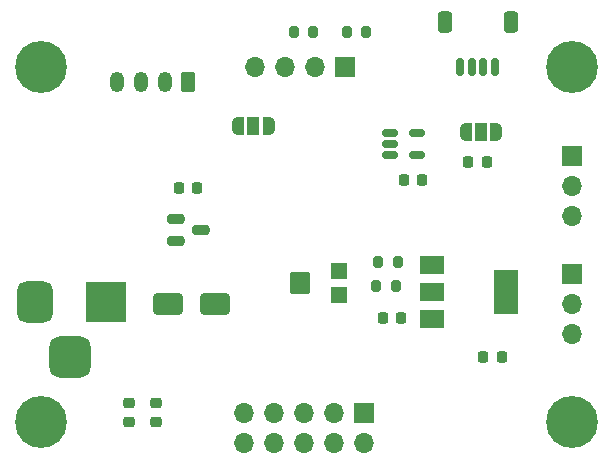
<source format=gbr>
%TF.GenerationSoftware,KiCad,Pcbnew,7.0.2-0*%
%TF.CreationDate,2023-10-31T10:36:30-04:00*%
%TF.ProjectId,WiringHarness,57697269-6e67-4486-9172-6e6573732e6b,rev?*%
%TF.SameCoordinates,Original*%
%TF.FileFunction,Soldermask,Top*%
%TF.FilePolarity,Negative*%
%FSLAX46Y46*%
G04 Gerber Fmt 4.6, Leading zero omitted, Abs format (unit mm)*
G04 Created by KiCad (PCBNEW 7.0.2-0) date 2023-10-31 10:36:30*
%MOMM*%
%LPD*%
G01*
G04 APERTURE LIST*
G04 Aperture macros list*
%AMRoundRect*
0 Rectangle with rounded corners*
0 $1 Rounding radius*
0 $2 $3 $4 $5 $6 $7 $8 $9 X,Y pos of 4 corners*
0 Add a 4 corners polygon primitive as box body*
4,1,4,$2,$3,$4,$5,$6,$7,$8,$9,$2,$3,0*
0 Add four circle primitives for the rounded corners*
1,1,$1+$1,$2,$3*
1,1,$1+$1,$4,$5*
1,1,$1+$1,$6,$7*
1,1,$1+$1,$8,$9*
0 Add four rect primitives between the rounded corners*
20,1,$1+$1,$2,$3,$4,$5,0*
20,1,$1+$1,$4,$5,$6,$7,0*
20,1,$1+$1,$6,$7,$8,$9,0*
20,1,$1+$1,$8,$9,$2,$3,0*%
%AMFreePoly0*
4,1,19,0.550000,-0.750000,0.000000,-0.750000,0.000000,-0.744911,-0.071157,-0.744911,-0.207708,-0.704816,-0.327430,-0.627875,-0.420627,-0.520320,-0.479746,-0.390866,-0.500000,-0.250000,-0.500000,0.250000,-0.479746,0.390866,-0.420627,0.520320,-0.327430,0.627875,-0.207708,0.704816,-0.071157,0.744911,0.000000,0.744911,0.000000,0.750000,0.550000,0.750000,0.550000,-0.750000,0.550000,-0.750000,
$1*%
%AMFreePoly1*
4,1,19,0.000000,0.744911,0.071157,0.744911,0.207708,0.704816,0.327430,0.627875,0.420627,0.520320,0.479746,0.390866,0.500000,0.250000,0.500000,-0.250000,0.479746,-0.390866,0.420627,-0.520320,0.327430,-0.627875,0.207708,-0.704816,0.071157,-0.744911,0.000000,-0.744911,0.000000,-0.750000,-0.550000,-0.750000,-0.550000,0.750000,0.000000,0.750000,0.000000,0.744911,0.000000,0.744911,
$1*%
G04 Aperture macros list end*
%ADD10RoundRect,0.250000X0.350000X0.625000X-0.350000X0.625000X-0.350000X-0.625000X0.350000X-0.625000X0*%
%ADD11O,1.200000X1.750000*%
%ADD12R,1.700000X1.700000*%
%ADD13O,1.700000X1.700000*%
%ADD14RoundRect,0.200000X0.200000X0.275000X-0.200000X0.275000X-0.200000X-0.275000X0.200000X-0.275000X0*%
%ADD15RoundRect,0.102000X0.600000X0.600000X-0.600000X0.600000X-0.600000X-0.600000X0.600000X-0.600000X0*%
%ADD16RoundRect,0.102000X0.750000X-0.800000X0.750000X0.800000X-0.750000X0.800000X-0.750000X-0.800000X0*%
%ADD17RoundRect,0.150000X0.150000X0.625000X-0.150000X0.625000X-0.150000X-0.625000X0.150000X-0.625000X0*%
%ADD18RoundRect,0.250000X0.350000X0.650000X-0.350000X0.650000X-0.350000X-0.650000X0.350000X-0.650000X0*%
%ADD19FreePoly0,180.000000*%
%ADD20R,1.000000X1.500000*%
%ADD21FreePoly1,180.000000*%
%ADD22C,4.400000*%
%ADD23RoundRect,0.225000X-0.225000X-0.250000X0.225000X-0.250000X0.225000X0.250000X-0.225000X0.250000X0*%
%ADD24RoundRect,0.225000X-0.250000X0.225000X-0.250000X-0.225000X0.250000X-0.225000X0.250000X0.225000X0*%
%ADD25RoundRect,0.190500X-0.531500X-0.206500X0.531500X-0.206500X0.531500X0.206500X-0.531500X0.206500X0*%
%ADD26RoundRect,0.190500X0.531500X0.206500X-0.531500X0.206500X-0.531500X-0.206500X0.531500X-0.206500X0*%
%ADD27RoundRect,0.200000X-0.200000X-0.275000X0.200000X-0.275000X0.200000X0.275000X-0.200000X0.275000X0*%
%ADD28RoundRect,0.225000X0.225000X0.250000X-0.225000X0.250000X-0.225000X-0.250000X0.225000X-0.250000X0*%
%ADD29R,3.500000X3.500000*%
%ADD30RoundRect,0.750000X-0.750000X-1.000000X0.750000X-1.000000X0.750000X1.000000X-0.750000X1.000000X0*%
%ADD31RoundRect,0.875000X-0.875000X-0.875000X0.875000X-0.875000X0.875000X0.875000X-0.875000X0.875000X0*%
%ADD32RoundRect,0.250000X1.000000X0.650000X-1.000000X0.650000X-1.000000X-0.650000X1.000000X-0.650000X0*%
%ADD33FreePoly0,0.000000*%
%ADD34FreePoly1,0.000000*%
%ADD35R,2.000000X1.500000*%
%ADD36R,2.000000X3.800000*%
%ADD37RoundRect,0.150000X-0.512500X-0.150000X0.512500X-0.150000X0.512500X0.150000X-0.512500X0.150000X0*%
G04 APERTURE END LIST*
D10*
%TO.C,J7*%
X144500000Y-81950000D03*
D11*
X142500000Y-81950000D03*
X140500000Y-81950000D03*
X138500000Y-81950000D03*
%TD*%
D12*
%TO.C,J4*%
X159370000Y-110000000D03*
D13*
X159370000Y-112540000D03*
X156830000Y-110000000D03*
X156830000Y-112540000D03*
X154290000Y-110000000D03*
X154290000Y-112540000D03*
X151750000Y-110000000D03*
X151750000Y-112540000D03*
X149210000Y-110000000D03*
X149210000Y-112540000D03*
%TD*%
D14*
%TO.C,R4*%
X162250000Y-97250000D03*
X160600000Y-97250000D03*
%TD*%
%TO.C,R3*%
X162075000Y-99250000D03*
X160425000Y-99250000D03*
%TD*%
D15*
%TO.C,R5*%
X157250000Y-100000000D03*
D16*
X154000000Y-99000000D03*
D15*
X157250000Y-98000000D03*
%TD*%
D17*
%TO.C,J6*%
X170500000Y-80750000D03*
X169500000Y-80750000D03*
X168500000Y-80750000D03*
X167500000Y-80750000D03*
D18*
X171800000Y-76875000D03*
X166200000Y-76875000D03*
%TD*%
D12*
%TO.C,J3*%
X177000000Y-98225000D03*
D13*
X177000000Y-100765000D03*
X177000000Y-103305000D03*
%TD*%
D19*
%TO.C,JP1*%
X170600000Y-86250000D03*
D20*
X169300000Y-86250000D03*
D21*
X168000000Y-86250000D03*
%TD*%
D12*
%TO.C,J5*%
X157800000Y-80750000D03*
D13*
X155260000Y-80750000D03*
X152720000Y-80750000D03*
X150180000Y-80750000D03*
%TD*%
D22*
%TO.C,H2*%
X177000000Y-110750000D03*
%TD*%
D23*
%TO.C,C6*%
X168225000Y-88750000D03*
X169775000Y-88750000D03*
%TD*%
D24*
%TO.C,C2*%
X141750000Y-109200000D03*
X141750000Y-110750000D03*
%TD*%
D22*
%TO.C,H5*%
X132000000Y-80750000D03*
%TD*%
D25*
%TO.C,VR1*%
X143445000Y-93550000D03*
X143445000Y-95450000D03*
D26*
X145555000Y-94500000D03*
%TD*%
D22*
%TO.C,H3*%
X132000000Y-110750000D03*
%TD*%
D27*
%TO.C,R2*%
X153425000Y-77750000D03*
X155075000Y-77750000D03*
%TD*%
D12*
%TO.C,J2*%
X177000000Y-88225000D03*
D13*
X177000000Y-90765000D03*
X177000000Y-93305000D03*
%TD*%
D28*
%TO.C,C1*%
X162525000Y-102000000D03*
X160975000Y-102000000D03*
%TD*%
D14*
%TO.C,R1*%
X159575000Y-77750000D03*
X157925000Y-77750000D03*
%TD*%
D24*
%TO.C,C3*%
X139500000Y-109200000D03*
X139500000Y-110750000D03*
%TD*%
D23*
%TO.C,C7*%
X143725000Y-91000000D03*
X145275000Y-91000000D03*
%TD*%
D29*
%TO.C,J1*%
X137512000Y-100592500D03*
D30*
X131512000Y-100592500D03*
D31*
X134512000Y-105292500D03*
%TD*%
D32*
%TO.C,D1*%
X146750000Y-100750000D03*
X142750000Y-100750000D03*
%TD*%
D33*
%TO.C,JP2*%
X148700000Y-85750000D03*
D20*
X150000000Y-85750000D03*
D34*
X151300000Y-85750000D03*
%TD*%
D35*
%TO.C,U3*%
X165100000Y-97450000D03*
X165100000Y-99750000D03*
D36*
X171400000Y-99750000D03*
D35*
X165100000Y-102050000D03*
%TD*%
D22*
%TO.C,H1*%
X177000000Y-80750000D03*
%TD*%
D28*
%TO.C,C4*%
X171025000Y-105250000D03*
X169475000Y-105250000D03*
%TD*%
D37*
%TO.C,U2*%
X161612500Y-86300000D03*
X161612500Y-87250000D03*
X161612500Y-88200000D03*
X163887500Y-88200000D03*
X163887500Y-86300000D03*
%TD*%
D23*
%TO.C,C5*%
X162750000Y-90250000D03*
X164300000Y-90250000D03*
%TD*%
M02*

</source>
